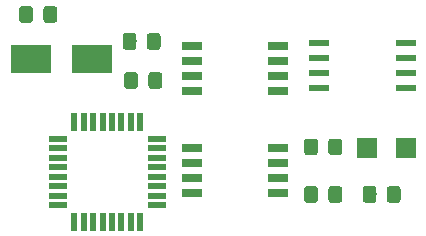
<source format=gbr>
G04 #@! TF.GenerationSoftware,KiCad,Pcbnew,(5.1.4)-1*
G04 #@! TF.CreationDate,2019-10-17T13:45:54+02:00*
G04 #@! TF.ProjectId,Project3_ArduinoClone,50726f6a-6563-4743-935f-41726475696e,v1*
G04 #@! TF.SameCoordinates,Original*
G04 #@! TF.FileFunction,Paste,Top*
G04 #@! TF.FilePolarity,Positive*
%FSLAX46Y46*%
G04 Gerber Fmt 4.6, Leading zero omitted, Abs format (unit mm)*
G04 Created by KiCad (PCBNEW (5.1.4)-1) date 2019-10-17 13:45:54*
%MOMM*%
%LPD*%
G04 APERTURE LIST*
%ADD10C,0.100000*%
%ADD11C,1.150000*%
%ADD12R,1.700000X0.650000*%
%ADD13R,1.750000X0.550000*%
%ADD14R,1.750000X1.800000*%
%ADD15R,3.500000X2.400000*%
%ADD16R,0.550000X1.500000*%
%ADD17R,1.500000X0.550000*%
G04 APERTURE END LIST*
D10*
G36*
X92914505Y-128841204D02*
G01*
X92938773Y-128844804D01*
X92962572Y-128850765D01*
X92985671Y-128859030D01*
X93007850Y-128869520D01*
X93028893Y-128882132D01*
X93048599Y-128896747D01*
X93066777Y-128913223D01*
X93083253Y-128931401D01*
X93097868Y-128951107D01*
X93110480Y-128972150D01*
X93120970Y-128994329D01*
X93129235Y-129017428D01*
X93135196Y-129041227D01*
X93138796Y-129065495D01*
X93140000Y-129089999D01*
X93140000Y-129990001D01*
X93138796Y-130014505D01*
X93135196Y-130038773D01*
X93129235Y-130062572D01*
X93120970Y-130085671D01*
X93110480Y-130107850D01*
X93097868Y-130128893D01*
X93083253Y-130148599D01*
X93066777Y-130166777D01*
X93048599Y-130183253D01*
X93028893Y-130197868D01*
X93007850Y-130210480D01*
X92985671Y-130220970D01*
X92962572Y-130229235D01*
X92938773Y-130235196D01*
X92914505Y-130238796D01*
X92890001Y-130240000D01*
X92239999Y-130240000D01*
X92215495Y-130238796D01*
X92191227Y-130235196D01*
X92167428Y-130229235D01*
X92144329Y-130220970D01*
X92122150Y-130210480D01*
X92101107Y-130197868D01*
X92081401Y-130183253D01*
X92063223Y-130166777D01*
X92046747Y-130148599D01*
X92032132Y-130128893D01*
X92019520Y-130107850D01*
X92009030Y-130085671D01*
X92000765Y-130062572D01*
X91994804Y-130038773D01*
X91991204Y-130014505D01*
X91990000Y-129990001D01*
X91990000Y-129089999D01*
X91991204Y-129065495D01*
X91994804Y-129041227D01*
X92000765Y-129017428D01*
X92009030Y-128994329D01*
X92019520Y-128972150D01*
X92032132Y-128951107D01*
X92046747Y-128931401D01*
X92063223Y-128913223D01*
X92081401Y-128896747D01*
X92101107Y-128882132D01*
X92122150Y-128869520D01*
X92144329Y-128859030D01*
X92167428Y-128850765D01*
X92191227Y-128844804D01*
X92215495Y-128841204D01*
X92239999Y-128840000D01*
X92890001Y-128840000D01*
X92914505Y-128841204D01*
X92914505Y-128841204D01*
G37*
D11*
X92565000Y-129540000D03*
D10*
G36*
X94964505Y-128841204D02*
G01*
X94988773Y-128844804D01*
X95012572Y-128850765D01*
X95035671Y-128859030D01*
X95057850Y-128869520D01*
X95078893Y-128882132D01*
X95098599Y-128896747D01*
X95116777Y-128913223D01*
X95133253Y-128931401D01*
X95147868Y-128951107D01*
X95160480Y-128972150D01*
X95170970Y-128994329D01*
X95179235Y-129017428D01*
X95185196Y-129041227D01*
X95188796Y-129065495D01*
X95190000Y-129089999D01*
X95190000Y-129990001D01*
X95188796Y-130014505D01*
X95185196Y-130038773D01*
X95179235Y-130062572D01*
X95170970Y-130085671D01*
X95160480Y-130107850D01*
X95147868Y-130128893D01*
X95133253Y-130148599D01*
X95116777Y-130166777D01*
X95098599Y-130183253D01*
X95078893Y-130197868D01*
X95057850Y-130210480D01*
X95035671Y-130220970D01*
X95012572Y-130229235D01*
X94988773Y-130235196D01*
X94964505Y-130238796D01*
X94940001Y-130240000D01*
X94289999Y-130240000D01*
X94265495Y-130238796D01*
X94241227Y-130235196D01*
X94217428Y-130229235D01*
X94194329Y-130220970D01*
X94172150Y-130210480D01*
X94151107Y-130197868D01*
X94131401Y-130183253D01*
X94113223Y-130166777D01*
X94096747Y-130148599D01*
X94082132Y-130128893D01*
X94069520Y-130107850D01*
X94059030Y-130085671D01*
X94050765Y-130062572D01*
X94044804Y-130038773D01*
X94041204Y-130014505D01*
X94040000Y-129990001D01*
X94040000Y-129089999D01*
X94041204Y-129065495D01*
X94044804Y-129041227D01*
X94050765Y-129017428D01*
X94059030Y-128994329D01*
X94069520Y-128972150D01*
X94082132Y-128951107D01*
X94096747Y-128931401D01*
X94113223Y-128913223D01*
X94131401Y-128896747D01*
X94151107Y-128882132D01*
X94172150Y-128869520D01*
X94194329Y-128859030D01*
X94217428Y-128850765D01*
X94241227Y-128844804D01*
X94265495Y-128841204D01*
X94289999Y-128840000D01*
X94940001Y-128840000D01*
X94964505Y-128841204D01*
X94964505Y-128841204D01*
G37*
D11*
X94615000Y-129540000D03*
D10*
G36*
X94837505Y-125539204D02*
G01*
X94861773Y-125542804D01*
X94885572Y-125548765D01*
X94908671Y-125557030D01*
X94930850Y-125567520D01*
X94951893Y-125580132D01*
X94971599Y-125594747D01*
X94989777Y-125611223D01*
X95006253Y-125629401D01*
X95020868Y-125649107D01*
X95033480Y-125670150D01*
X95043970Y-125692329D01*
X95052235Y-125715428D01*
X95058196Y-125739227D01*
X95061796Y-125763495D01*
X95063000Y-125787999D01*
X95063000Y-126688001D01*
X95061796Y-126712505D01*
X95058196Y-126736773D01*
X95052235Y-126760572D01*
X95043970Y-126783671D01*
X95033480Y-126805850D01*
X95020868Y-126826893D01*
X95006253Y-126846599D01*
X94989777Y-126864777D01*
X94971599Y-126881253D01*
X94951893Y-126895868D01*
X94930850Y-126908480D01*
X94908671Y-126918970D01*
X94885572Y-126927235D01*
X94861773Y-126933196D01*
X94837505Y-126936796D01*
X94813001Y-126938000D01*
X94162999Y-126938000D01*
X94138495Y-126936796D01*
X94114227Y-126933196D01*
X94090428Y-126927235D01*
X94067329Y-126918970D01*
X94045150Y-126908480D01*
X94024107Y-126895868D01*
X94004401Y-126881253D01*
X93986223Y-126864777D01*
X93969747Y-126846599D01*
X93955132Y-126826893D01*
X93942520Y-126805850D01*
X93932030Y-126783671D01*
X93923765Y-126760572D01*
X93917804Y-126736773D01*
X93914204Y-126712505D01*
X93913000Y-126688001D01*
X93913000Y-125787999D01*
X93914204Y-125763495D01*
X93917804Y-125739227D01*
X93923765Y-125715428D01*
X93932030Y-125692329D01*
X93942520Y-125670150D01*
X93955132Y-125649107D01*
X93969747Y-125629401D01*
X93986223Y-125611223D01*
X94004401Y-125594747D01*
X94024107Y-125580132D01*
X94045150Y-125567520D01*
X94067329Y-125557030D01*
X94090428Y-125548765D01*
X94114227Y-125542804D01*
X94138495Y-125539204D01*
X94162999Y-125538000D01*
X94813001Y-125538000D01*
X94837505Y-125539204D01*
X94837505Y-125539204D01*
G37*
D11*
X94488000Y-126238000D03*
D10*
G36*
X92787505Y-125539204D02*
G01*
X92811773Y-125542804D01*
X92835572Y-125548765D01*
X92858671Y-125557030D01*
X92880850Y-125567520D01*
X92901893Y-125580132D01*
X92921599Y-125594747D01*
X92939777Y-125611223D01*
X92956253Y-125629401D01*
X92970868Y-125649107D01*
X92983480Y-125670150D01*
X92993970Y-125692329D01*
X93002235Y-125715428D01*
X93008196Y-125739227D01*
X93011796Y-125763495D01*
X93013000Y-125787999D01*
X93013000Y-126688001D01*
X93011796Y-126712505D01*
X93008196Y-126736773D01*
X93002235Y-126760572D01*
X92993970Y-126783671D01*
X92983480Y-126805850D01*
X92970868Y-126826893D01*
X92956253Y-126846599D01*
X92939777Y-126864777D01*
X92921599Y-126881253D01*
X92901893Y-126895868D01*
X92880850Y-126908480D01*
X92858671Y-126918970D01*
X92835572Y-126927235D01*
X92811773Y-126933196D01*
X92787505Y-126936796D01*
X92763001Y-126938000D01*
X92112999Y-126938000D01*
X92088495Y-126936796D01*
X92064227Y-126933196D01*
X92040428Y-126927235D01*
X92017329Y-126918970D01*
X91995150Y-126908480D01*
X91974107Y-126895868D01*
X91954401Y-126881253D01*
X91936223Y-126864777D01*
X91919747Y-126846599D01*
X91905132Y-126826893D01*
X91892520Y-126805850D01*
X91882030Y-126783671D01*
X91873765Y-126760572D01*
X91867804Y-126736773D01*
X91864204Y-126712505D01*
X91863000Y-126688001D01*
X91863000Y-125787999D01*
X91864204Y-125763495D01*
X91867804Y-125739227D01*
X91873765Y-125715428D01*
X91882030Y-125692329D01*
X91892520Y-125670150D01*
X91905132Y-125649107D01*
X91919747Y-125629401D01*
X91936223Y-125611223D01*
X91954401Y-125594747D01*
X91974107Y-125580132D01*
X91995150Y-125567520D01*
X92017329Y-125557030D01*
X92040428Y-125548765D01*
X92064227Y-125542804D01*
X92088495Y-125539204D01*
X92112999Y-125538000D01*
X92763001Y-125538000D01*
X92787505Y-125539204D01*
X92787505Y-125539204D01*
G37*
D11*
X92438000Y-126238000D03*
D10*
G36*
X108154505Y-134461204D02*
G01*
X108178773Y-134464804D01*
X108202572Y-134470765D01*
X108225671Y-134479030D01*
X108247850Y-134489520D01*
X108268893Y-134502132D01*
X108288599Y-134516747D01*
X108306777Y-134533223D01*
X108323253Y-134551401D01*
X108337868Y-134571107D01*
X108350480Y-134592150D01*
X108360970Y-134614329D01*
X108369235Y-134637428D01*
X108375196Y-134661227D01*
X108378796Y-134685495D01*
X108380000Y-134709999D01*
X108380000Y-135610001D01*
X108378796Y-135634505D01*
X108375196Y-135658773D01*
X108369235Y-135682572D01*
X108360970Y-135705671D01*
X108350480Y-135727850D01*
X108337868Y-135748893D01*
X108323253Y-135768599D01*
X108306777Y-135786777D01*
X108288599Y-135803253D01*
X108268893Y-135817868D01*
X108247850Y-135830480D01*
X108225671Y-135840970D01*
X108202572Y-135849235D01*
X108178773Y-135855196D01*
X108154505Y-135858796D01*
X108130001Y-135860000D01*
X107479999Y-135860000D01*
X107455495Y-135858796D01*
X107431227Y-135855196D01*
X107407428Y-135849235D01*
X107384329Y-135840970D01*
X107362150Y-135830480D01*
X107341107Y-135817868D01*
X107321401Y-135803253D01*
X107303223Y-135786777D01*
X107286747Y-135768599D01*
X107272132Y-135748893D01*
X107259520Y-135727850D01*
X107249030Y-135705671D01*
X107240765Y-135682572D01*
X107234804Y-135658773D01*
X107231204Y-135634505D01*
X107230000Y-135610001D01*
X107230000Y-134709999D01*
X107231204Y-134685495D01*
X107234804Y-134661227D01*
X107240765Y-134637428D01*
X107249030Y-134614329D01*
X107259520Y-134592150D01*
X107272132Y-134571107D01*
X107286747Y-134551401D01*
X107303223Y-134533223D01*
X107321401Y-134516747D01*
X107341107Y-134502132D01*
X107362150Y-134489520D01*
X107384329Y-134479030D01*
X107407428Y-134470765D01*
X107431227Y-134464804D01*
X107455495Y-134461204D01*
X107479999Y-134460000D01*
X108130001Y-134460000D01*
X108154505Y-134461204D01*
X108154505Y-134461204D01*
G37*
D11*
X107805000Y-135160000D03*
D10*
G36*
X110204505Y-134461204D02*
G01*
X110228773Y-134464804D01*
X110252572Y-134470765D01*
X110275671Y-134479030D01*
X110297850Y-134489520D01*
X110318893Y-134502132D01*
X110338599Y-134516747D01*
X110356777Y-134533223D01*
X110373253Y-134551401D01*
X110387868Y-134571107D01*
X110400480Y-134592150D01*
X110410970Y-134614329D01*
X110419235Y-134637428D01*
X110425196Y-134661227D01*
X110428796Y-134685495D01*
X110430000Y-134709999D01*
X110430000Y-135610001D01*
X110428796Y-135634505D01*
X110425196Y-135658773D01*
X110419235Y-135682572D01*
X110410970Y-135705671D01*
X110400480Y-135727850D01*
X110387868Y-135748893D01*
X110373253Y-135768599D01*
X110356777Y-135786777D01*
X110338599Y-135803253D01*
X110318893Y-135817868D01*
X110297850Y-135830480D01*
X110275671Y-135840970D01*
X110252572Y-135849235D01*
X110228773Y-135855196D01*
X110204505Y-135858796D01*
X110180001Y-135860000D01*
X109529999Y-135860000D01*
X109505495Y-135858796D01*
X109481227Y-135855196D01*
X109457428Y-135849235D01*
X109434329Y-135840970D01*
X109412150Y-135830480D01*
X109391107Y-135817868D01*
X109371401Y-135803253D01*
X109353223Y-135786777D01*
X109336747Y-135768599D01*
X109322132Y-135748893D01*
X109309520Y-135727850D01*
X109299030Y-135705671D01*
X109290765Y-135682572D01*
X109284804Y-135658773D01*
X109281204Y-135634505D01*
X109280000Y-135610001D01*
X109280000Y-134709999D01*
X109281204Y-134685495D01*
X109284804Y-134661227D01*
X109290765Y-134637428D01*
X109299030Y-134614329D01*
X109309520Y-134592150D01*
X109322132Y-134571107D01*
X109336747Y-134551401D01*
X109353223Y-134533223D01*
X109371401Y-134516747D01*
X109391107Y-134502132D01*
X109412150Y-134489520D01*
X109434329Y-134479030D01*
X109457428Y-134470765D01*
X109481227Y-134464804D01*
X109505495Y-134461204D01*
X109529999Y-134460000D01*
X110180001Y-134460000D01*
X110204505Y-134461204D01*
X110204505Y-134461204D01*
G37*
D11*
X109855000Y-135160000D03*
D10*
G36*
X113107505Y-138493204D02*
G01*
X113131773Y-138496804D01*
X113155572Y-138502765D01*
X113178671Y-138511030D01*
X113200850Y-138521520D01*
X113221893Y-138534132D01*
X113241599Y-138548747D01*
X113259777Y-138565223D01*
X113276253Y-138583401D01*
X113290868Y-138603107D01*
X113303480Y-138624150D01*
X113313970Y-138646329D01*
X113322235Y-138669428D01*
X113328196Y-138693227D01*
X113331796Y-138717495D01*
X113333000Y-138741999D01*
X113333000Y-139642001D01*
X113331796Y-139666505D01*
X113328196Y-139690773D01*
X113322235Y-139714572D01*
X113313970Y-139737671D01*
X113303480Y-139759850D01*
X113290868Y-139780893D01*
X113276253Y-139800599D01*
X113259777Y-139818777D01*
X113241599Y-139835253D01*
X113221893Y-139849868D01*
X113200850Y-139862480D01*
X113178671Y-139872970D01*
X113155572Y-139881235D01*
X113131773Y-139887196D01*
X113107505Y-139890796D01*
X113083001Y-139892000D01*
X112432999Y-139892000D01*
X112408495Y-139890796D01*
X112384227Y-139887196D01*
X112360428Y-139881235D01*
X112337329Y-139872970D01*
X112315150Y-139862480D01*
X112294107Y-139849868D01*
X112274401Y-139835253D01*
X112256223Y-139818777D01*
X112239747Y-139800599D01*
X112225132Y-139780893D01*
X112212520Y-139759850D01*
X112202030Y-139737671D01*
X112193765Y-139714572D01*
X112187804Y-139690773D01*
X112184204Y-139666505D01*
X112183000Y-139642001D01*
X112183000Y-138741999D01*
X112184204Y-138717495D01*
X112187804Y-138693227D01*
X112193765Y-138669428D01*
X112202030Y-138646329D01*
X112212520Y-138624150D01*
X112225132Y-138603107D01*
X112239747Y-138583401D01*
X112256223Y-138565223D01*
X112274401Y-138548747D01*
X112294107Y-138534132D01*
X112315150Y-138521520D01*
X112337329Y-138511030D01*
X112360428Y-138502765D01*
X112384227Y-138496804D01*
X112408495Y-138493204D01*
X112432999Y-138492000D01*
X113083001Y-138492000D01*
X113107505Y-138493204D01*
X113107505Y-138493204D01*
G37*
D11*
X112758000Y-139192000D03*
D10*
G36*
X115157505Y-138493204D02*
G01*
X115181773Y-138496804D01*
X115205572Y-138502765D01*
X115228671Y-138511030D01*
X115250850Y-138521520D01*
X115271893Y-138534132D01*
X115291599Y-138548747D01*
X115309777Y-138565223D01*
X115326253Y-138583401D01*
X115340868Y-138603107D01*
X115353480Y-138624150D01*
X115363970Y-138646329D01*
X115372235Y-138669428D01*
X115378196Y-138693227D01*
X115381796Y-138717495D01*
X115383000Y-138741999D01*
X115383000Y-139642001D01*
X115381796Y-139666505D01*
X115378196Y-139690773D01*
X115372235Y-139714572D01*
X115363970Y-139737671D01*
X115353480Y-139759850D01*
X115340868Y-139780893D01*
X115326253Y-139800599D01*
X115309777Y-139818777D01*
X115291599Y-139835253D01*
X115271893Y-139849868D01*
X115250850Y-139862480D01*
X115228671Y-139872970D01*
X115205572Y-139881235D01*
X115181773Y-139887196D01*
X115157505Y-139890796D01*
X115133001Y-139892000D01*
X114482999Y-139892000D01*
X114458495Y-139890796D01*
X114434227Y-139887196D01*
X114410428Y-139881235D01*
X114387329Y-139872970D01*
X114365150Y-139862480D01*
X114344107Y-139849868D01*
X114324401Y-139835253D01*
X114306223Y-139818777D01*
X114289747Y-139800599D01*
X114275132Y-139780893D01*
X114262520Y-139759850D01*
X114252030Y-139737671D01*
X114243765Y-139714572D01*
X114237804Y-139690773D01*
X114234204Y-139666505D01*
X114233000Y-139642001D01*
X114233000Y-138741999D01*
X114234204Y-138717495D01*
X114237804Y-138693227D01*
X114243765Y-138669428D01*
X114252030Y-138646329D01*
X114262520Y-138624150D01*
X114275132Y-138603107D01*
X114289747Y-138583401D01*
X114306223Y-138565223D01*
X114324401Y-138548747D01*
X114344107Y-138534132D01*
X114365150Y-138521520D01*
X114387329Y-138511030D01*
X114410428Y-138502765D01*
X114434227Y-138496804D01*
X114458495Y-138493204D01*
X114482999Y-138492000D01*
X115133001Y-138492000D01*
X115157505Y-138493204D01*
X115157505Y-138493204D01*
G37*
D11*
X114808000Y-139192000D03*
D10*
G36*
X108154505Y-138493204D02*
G01*
X108178773Y-138496804D01*
X108202572Y-138502765D01*
X108225671Y-138511030D01*
X108247850Y-138521520D01*
X108268893Y-138534132D01*
X108288599Y-138548747D01*
X108306777Y-138565223D01*
X108323253Y-138583401D01*
X108337868Y-138603107D01*
X108350480Y-138624150D01*
X108360970Y-138646329D01*
X108369235Y-138669428D01*
X108375196Y-138693227D01*
X108378796Y-138717495D01*
X108380000Y-138741999D01*
X108380000Y-139642001D01*
X108378796Y-139666505D01*
X108375196Y-139690773D01*
X108369235Y-139714572D01*
X108360970Y-139737671D01*
X108350480Y-139759850D01*
X108337868Y-139780893D01*
X108323253Y-139800599D01*
X108306777Y-139818777D01*
X108288599Y-139835253D01*
X108268893Y-139849868D01*
X108247850Y-139862480D01*
X108225671Y-139872970D01*
X108202572Y-139881235D01*
X108178773Y-139887196D01*
X108154505Y-139890796D01*
X108130001Y-139892000D01*
X107479999Y-139892000D01*
X107455495Y-139890796D01*
X107431227Y-139887196D01*
X107407428Y-139881235D01*
X107384329Y-139872970D01*
X107362150Y-139862480D01*
X107341107Y-139849868D01*
X107321401Y-139835253D01*
X107303223Y-139818777D01*
X107286747Y-139800599D01*
X107272132Y-139780893D01*
X107259520Y-139759850D01*
X107249030Y-139737671D01*
X107240765Y-139714572D01*
X107234804Y-139690773D01*
X107231204Y-139666505D01*
X107230000Y-139642001D01*
X107230000Y-138741999D01*
X107231204Y-138717495D01*
X107234804Y-138693227D01*
X107240765Y-138669428D01*
X107249030Y-138646329D01*
X107259520Y-138624150D01*
X107272132Y-138603107D01*
X107286747Y-138583401D01*
X107303223Y-138565223D01*
X107321401Y-138548747D01*
X107341107Y-138534132D01*
X107362150Y-138521520D01*
X107384329Y-138511030D01*
X107407428Y-138502765D01*
X107431227Y-138496804D01*
X107455495Y-138493204D01*
X107479999Y-138492000D01*
X108130001Y-138492000D01*
X108154505Y-138493204D01*
X108154505Y-138493204D01*
G37*
D11*
X107805000Y-139192000D03*
D10*
G36*
X110204505Y-138493204D02*
G01*
X110228773Y-138496804D01*
X110252572Y-138502765D01*
X110275671Y-138511030D01*
X110297850Y-138521520D01*
X110318893Y-138534132D01*
X110338599Y-138548747D01*
X110356777Y-138565223D01*
X110373253Y-138583401D01*
X110387868Y-138603107D01*
X110400480Y-138624150D01*
X110410970Y-138646329D01*
X110419235Y-138669428D01*
X110425196Y-138693227D01*
X110428796Y-138717495D01*
X110430000Y-138741999D01*
X110430000Y-139642001D01*
X110428796Y-139666505D01*
X110425196Y-139690773D01*
X110419235Y-139714572D01*
X110410970Y-139737671D01*
X110400480Y-139759850D01*
X110387868Y-139780893D01*
X110373253Y-139800599D01*
X110356777Y-139818777D01*
X110338599Y-139835253D01*
X110318893Y-139849868D01*
X110297850Y-139862480D01*
X110275671Y-139872970D01*
X110252572Y-139881235D01*
X110228773Y-139887196D01*
X110204505Y-139890796D01*
X110180001Y-139892000D01*
X109529999Y-139892000D01*
X109505495Y-139890796D01*
X109481227Y-139887196D01*
X109457428Y-139881235D01*
X109434329Y-139872970D01*
X109412150Y-139862480D01*
X109391107Y-139849868D01*
X109371401Y-139835253D01*
X109353223Y-139818777D01*
X109336747Y-139800599D01*
X109322132Y-139780893D01*
X109309520Y-139759850D01*
X109299030Y-139737671D01*
X109290765Y-139714572D01*
X109284804Y-139690773D01*
X109281204Y-139666505D01*
X109280000Y-139642001D01*
X109280000Y-138741999D01*
X109281204Y-138717495D01*
X109284804Y-138693227D01*
X109290765Y-138669428D01*
X109299030Y-138646329D01*
X109309520Y-138624150D01*
X109322132Y-138603107D01*
X109336747Y-138583401D01*
X109353223Y-138565223D01*
X109371401Y-138548747D01*
X109391107Y-138534132D01*
X109412150Y-138521520D01*
X109434329Y-138511030D01*
X109457428Y-138502765D01*
X109481227Y-138496804D01*
X109505495Y-138493204D01*
X109529999Y-138492000D01*
X110180001Y-138492000D01*
X110204505Y-138493204D01*
X110204505Y-138493204D01*
G37*
D11*
X109855000Y-139192000D03*
D10*
G36*
X86074505Y-123253204D02*
G01*
X86098773Y-123256804D01*
X86122572Y-123262765D01*
X86145671Y-123271030D01*
X86167850Y-123281520D01*
X86188893Y-123294132D01*
X86208599Y-123308747D01*
X86226777Y-123325223D01*
X86243253Y-123343401D01*
X86257868Y-123363107D01*
X86270480Y-123384150D01*
X86280970Y-123406329D01*
X86289235Y-123429428D01*
X86295196Y-123453227D01*
X86298796Y-123477495D01*
X86300000Y-123501999D01*
X86300000Y-124402001D01*
X86298796Y-124426505D01*
X86295196Y-124450773D01*
X86289235Y-124474572D01*
X86280970Y-124497671D01*
X86270480Y-124519850D01*
X86257868Y-124540893D01*
X86243253Y-124560599D01*
X86226777Y-124578777D01*
X86208599Y-124595253D01*
X86188893Y-124609868D01*
X86167850Y-124622480D01*
X86145671Y-124632970D01*
X86122572Y-124641235D01*
X86098773Y-124647196D01*
X86074505Y-124650796D01*
X86050001Y-124652000D01*
X85399999Y-124652000D01*
X85375495Y-124650796D01*
X85351227Y-124647196D01*
X85327428Y-124641235D01*
X85304329Y-124632970D01*
X85282150Y-124622480D01*
X85261107Y-124609868D01*
X85241401Y-124595253D01*
X85223223Y-124578777D01*
X85206747Y-124560599D01*
X85192132Y-124540893D01*
X85179520Y-124519850D01*
X85169030Y-124497671D01*
X85160765Y-124474572D01*
X85154804Y-124450773D01*
X85151204Y-124426505D01*
X85150000Y-124402001D01*
X85150000Y-123501999D01*
X85151204Y-123477495D01*
X85154804Y-123453227D01*
X85160765Y-123429428D01*
X85169030Y-123406329D01*
X85179520Y-123384150D01*
X85192132Y-123363107D01*
X85206747Y-123343401D01*
X85223223Y-123325223D01*
X85241401Y-123308747D01*
X85261107Y-123294132D01*
X85282150Y-123281520D01*
X85304329Y-123271030D01*
X85327428Y-123262765D01*
X85351227Y-123256804D01*
X85375495Y-123253204D01*
X85399999Y-123252000D01*
X86050001Y-123252000D01*
X86074505Y-123253204D01*
X86074505Y-123253204D01*
G37*
D11*
X85725000Y-123952000D03*
D10*
G36*
X84024505Y-123253204D02*
G01*
X84048773Y-123256804D01*
X84072572Y-123262765D01*
X84095671Y-123271030D01*
X84117850Y-123281520D01*
X84138893Y-123294132D01*
X84158599Y-123308747D01*
X84176777Y-123325223D01*
X84193253Y-123343401D01*
X84207868Y-123363107D01*
X84220480Y-123384150D01*
X84230970Y-123406329D01*
X84239235Y-123429428D01*
X84245196Y-123453227D01*
X84248796Y-123477495D01*
X84250000Y-123501999D01*
X84250000Y-124402001D01*
X84248796Y-124426505D01*
X84245196Y-124450773D01*
X84239235Y-124474572D01*
X84230970Y-124497671D01*
X84220480Y-124519850D01*
X84207868Y-124540893D01*
X84193253Y-124560599D01*
X84176777Y-124578777D01*
X84158599Y-124595253D01*
X84138893Y-124609868D01*
X84117850Y-124622480D01*
X84095671Y-124632970D01*
X84072572Y-124641235D01*
X84048773Y-124647196D01*
X84024505Y-124650796D01*
X84000001Y-124652000D01*
X83349999Y-124652000D01*
X83325495Y-124650796D01*
X83301227Y-124647196D01*
X83277428Y-124641235D01*
X83254329Y-124632970D01*
X83232150Y-124622480D01*
X83211107Y-124609868D01*
X83191401Y-124595253D01*
X83173223Y-124578777D01*
X83156747Y-124560599D01*
X83142132Y-124540893D01*
X83129520Y-124519850D01*
X83119030Y-124497671D01*
X83110765Y-124474572D01*
X83104804Y-124450773D01*
X83101204Y-124426505D01*
X83100000Y-124402001D01*
X83100000Y-123501999D01*
X83101204Y-123477495D01*
X83104804Y-123453227D01*
X83110765Y-123429428D01*
X83119030Y-123406329D01*
X83129520Y-123384150D01*
X83142132Y-123363107D01*
X83156747Y-123343401D01*
X83173223Y-123325223D01*
X83191401Y-123308747D01*
X83211107Y-123294132D01*
X83232150Y-123281520D01*
X83254329Y-123271030D01*
X83277428Y-123262765D01*
X83301227Y-123256804D01*
X83325495Y-123253204D01*
X83349999Y-123252000D01*
X84000001Y-123252000D01*
X84024505Y-123253204D01*
X84024505Y-123253204D01*
G37*
D11*
X83675000Y-123952000D03*
D12*
X97696000Y-126619000D03*
X97696000Y-127889000D03*
X97696000Y-129159000D03*
X97696000Y-130429000D03*
X104996000Y-130429000D03*
X104996000Y-129159000D03*
X104996000Y-127889000D03*
X104996000Y-126619000D03*
X104996000Y-135255000D03*
X104996000Y-136525000D03*
X104996000Y-137795000D03*
X104996000Y-139065000D03*
X97696000Y-139065000D03*
X97696000Y-137795000D03*
X97696000Y-136525000D03*
X97696000Y-135255000D03*
D13*
X108441000Y-126365000D03*
X108441000Y-127635000D03*
X108441000Y-128905000D03*
X108441000Y-130175000D03*
X115841000Y-130175000D03*
X115841000Y-128905000D03*
X115841000Y-127635000D03*
X115841000Y-126365000D03*
D14*
X112574000Y-135255000D03*
X115824000Y-135255000D03*
D15*
X84081000Y-127762000D03*
X89281000Y-127762000D03*
D16*
X87751000Y-141487000D03*
D17*
X86351000Y-134487000D03*
X86351000Y-135287000D03*
X86351000Y-136087000D03*
X86351000Y-136887000D03*
X86351000Y-137687000D03*
X86351000Y-138487000D03*
X86351000Y-139287000D03*
X86351000Y-140087000D03*
D16*
X88551000Y-141487000D03*
X89351000Y-141487000D03*
X90151000Y-141487000D03*
X90951000Y-141487000D03*
X91751000Y-141487000D03*
X92551000Y-141487000D03*
X93351000Y-141487000D03*
D17*
X94751000Y-140087000D03*
X94751000Y-139287000D03*
X94751000Y-138487000D03*
X94751000Y-137687000D03*
X94751000Y-136887000D03*
X94751000Y-136087000D03*
X94751000Y-135287000D03*
X94751000Y-134487000D03*
D16*
X93351000Y-133087000D03*
X92551000Y-133087000D03*
X91751000Y-133087000D03*
X90951000Y-133087000D03*
X90151000Y-133087000D03*
X89351000Y-133087000D03*
X88551000Y-133087000D03*
X87751000Y-133087000D03*
M02*

</source>
